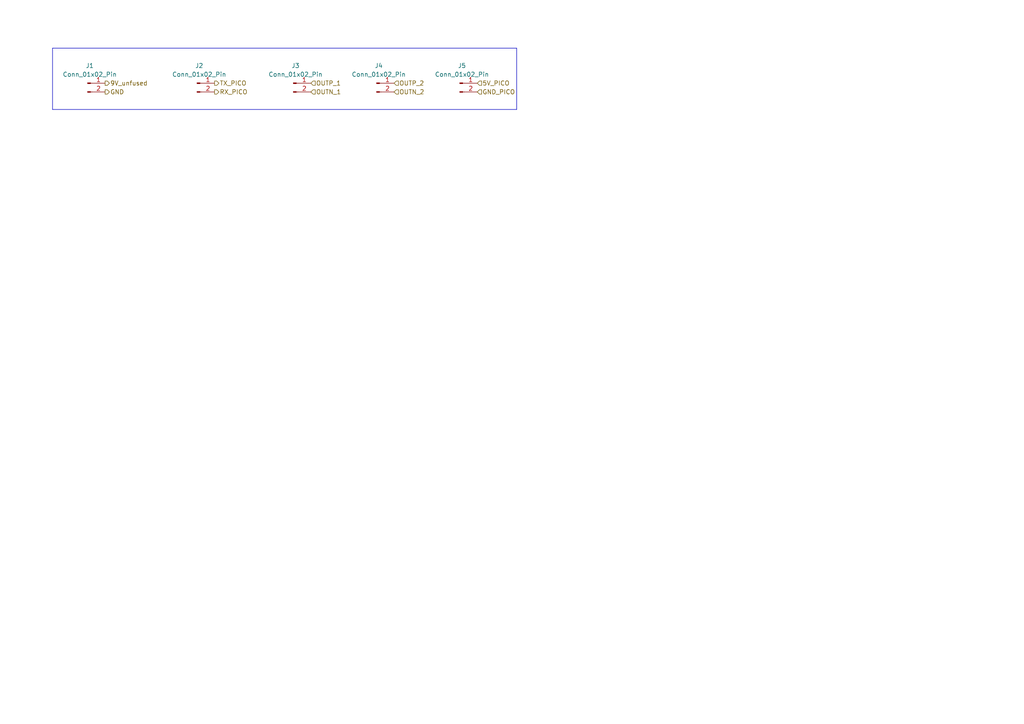
<source format=kicad_sch>
(kicad_sch (version 20250114) (generator "eeschema") (generator_version "9.0")
  (paper "A4")
  (lib_symbols
    (symbol "Connector:Conn_01x02_Pin" (pin_names (offset 1.016) (hide yes))
      (property "Reference" "J" (at 0 2.54 0))
      (property "Value" "Conn_01x02_Pin" (at 0 -5.08 0))
      (symbol "Conn_01x02_Pin_1_1"
        (rectangle (start 0.8636 0.127) (end 0 -0.127) (stroke (width 0.1524)) (fill (type outline)))
        (rectangle (start 0.8636 -2.413) (end 0 -2.667) (stroke (width 0.1524)) (fill (type outline)))
        (polyline (pts (xy 1.27 0) (xy 0.8636 0)) (stroke (width 0.1524)))
        (polyline (pts (xy 1.27 -2.54) (xy 0.8636 -2.54)) (stroke (width 0.1524)))
        (pin passive line (at 5.08 0 180) (length 3.81) (name "Pin_1") (number "1"))
        (pin passive line (at 5.08 -2.54 180) (length 3.81) (name "Pin_2") (number "2"))
      )
    )
  )
  (polyline (pts (xy 149.86 13.97) (xy 149.86 31.75)))
  (polyline (pts (xy 15.24 13.97) (xy 15.24 31.75)))
  (polyline (pts (xy 15.24 13.97) (xy 149.86 13.97)))
  (polyline (pts (xy 149.86 31.75) (xy 15.24 31.75)))
  (hierarchical_label "RX_PICO" (shape output) (at 62.23 26.67 0))
  (hierarchical_label "GND" (shape output) (at 30.48 26.67 0) (effects (font (thickness 0.1588))))
  (hierarchical_label "OUTN_2" (shape input) (at 114.3 26.67 0))
  (hierarchical_label "9V_unfused" (shape output) (at 30.48 24.13 0) (effects (font (thickness 0.1588))))
  (hierarchical_label "OUTN_1" (shape input) (at 90.17 26.67 0))
  (hierarchical_label "OUTP_1" (shape input) (at 90.17 24.13 0))
  (hierarchical_label "5V_PICO" (shape input) (at 138.43 24.13 0))
  (hierarchical_label "GND_PICO" (shape input) (at 138.43 26.67 0) (effects (font (thickness 0.1588))))
  (hierarchical_label "TX_PICO" (shape output) (at 62.23 24.13 0))
  (hierarchical_label "OUTP_2" (shape input) (at 114.3 24.13 0))
  (symbol (lib_id "Connector:Conn_01x02_Pin") (at 25.4 24.13 0) (unit 1)
    (property "Reference" "J1" (at 26.035 19.05 0))
    (property "Value" "Conn_01x02_Pin" (at 26.035 21.59 0))
    (property "Footprint" "Connector_JST:JST_EH_B2B-EH-A_1x02_P2.50mm_Vertical" (effects (hide yes)))
    (property "Description" "Generic connector, single row, 01x02, script generated" (effects (hide yes)))
    (property "JLCPCB #" "C160262" (effects (hide yes)))
    (property "Mouser #" "306-B2B-EH-A-GUP" (effects (hide yes)))
    (property "Mouser Link" "https://www.mouser.com/ProductDetail/JST-Commercial/B2B-EH-A-GU?qs=cIziFXvMxOVbN2zmpYIt5A%3D%3D&srsltid=AfmBOoqjT3AJqmuw6yDMpvDoG3xBSOajkXGrYvEWjtYwtS_OyVflT4NR" (effects (hide yes)))
    (property "Mouser Part Number" "306-B2B-EH-A-GUP" (effects (hide yes)))
  )
  (symbol (lib_id "Connector:Conn_01x02_Pin") (at 85.09 24.13 0) (unit 1)
    (property "Reference" "J3" (at 85.725 19.05 0))
    (property "Value" "Conn_01x02_Pin" (at 85.725 21.59 0))
    (property "Footprint" "Connector_JST:JST_EH_B2B-EH-A_1x02_P2.50mm_Vertical" (effects (hide yes)))
    (property "Description" "Generic connector, single row, 01x02, script generated" (effects (hide yes)))
    (property "JLCPCB #" "C160262" (effects (hide yes)))
    (property "Mouser #" "306-B2B-EH-A-GUP" (effects (hide yes)))
    (property "Mouser Link" "https://www.mouser.com/ProductDetail/JST-Commercial/B2B-EH-A-GU?qs=cIziFXvMxOVbN2zmpYIt5A%3D%3D&srsltid=AfmBOoqjT3AJqmuw6yDMpvDoG3xBSOajkXGrYvEWjtYwtS_OyVflT4NR" (effects (hide yes)))
    (property "Mouser Part Number" "306-B2B-EH-A-GUP" (effects (hide yes)))
  )
  (symbol (lib_id "Connector:Conn_01x02_Pin") (at 109.22 24.13 0) (unit 1)
    (property "Reference" "J4" (at 109.855 19.05 0))
    (property "Value" "Conn_01x02_Pin" (at 109.855 21.59 0))
    (property "Footprint" "Connector_JST:JST_EH_B2B-EH-A_1x02_P2.50mm_Vertical" (effects (hide yes)))
    (property "Description" "Generic connector, single row, 01x02, script generated" (effects (hide yes)))
    (property "JLCPCB #" "C160262" (effects (hide yes)))
    (property "Mouser #" "306-B2B-EH-A-GUP" (effects (hide yes)))
    (property "Mouser Link" "https://www.mouser.com/ProductDetail/JST-Commercial/B2B-EH-A-GU?qs=cIziFXvMxOVbN2zmpYIt5A%3D%3D&srsltid=AfmBOoqjT3AJqmuw6yDMpvDoG3xBSOajkXGrYvEWjtYwtS_OyVflT4NR" (effects (hide yes)))
    (property "Mouser Part Number" "306-B2B-EH-A-GUP" (effects (hide yes)))
  )
  (symbol (lib_id "Connector:Conn_01x02_Pin") (at 133.35 24.13 0) (unit 1)
    (property "Reference" "J5" (at 133.985 19.05 0))
    (property "Value" "Conn_01x02_Pin" (at 133.985 21.59 0))
    (property "Footprint" "Connector_JST:JST_EH_B2B-EH-A_1x02_P2.50mm_Vertical" (effects (hide yes)))
    (property "Description" "Generic connector, single row, 01x02, script generated" (effects (hide yes)))
    (property "JLCPCB #" "C160262" (effects (hide yes)))
    (property "Mouser #" "306-B2B-EH-A-GUP" (effects (hide yes)))
    (property "Mouser Link" "https://www.mouser.com/ProductDetail/JST-Commercial/B2B-EH-A-GU?qs=cIziFXvMxOVbN2zmpYIt5A%3D%3D&srsltid=AfmBOoqjT3AJqmuw6yDMpvDoG3xBSOajkXGrYvEWjtYwtS_OyVflT4NR" (effects (hide yes)))
    (property "Mouser Part Number" "306-B2B-EH-A-GUP" (effects (hide yes)))
  )
  (symbol (lib_id "Connector:Conn_01x02_Pin") (at 57.15 24.13 0) (unit 1)
    (property "Reference" "J2" (at 57.785 19.05 0))
    (property "Value" "Conn_01x02_Pin" (at 57.785 21.59 0))
    (property "Footprint" "Connector_JST:JST_EH_B2B-EH-A_1x02_P2.50mm_Vertical" (effects (hide yes)))
    (property "Description" "Generic connector, single row, 01x02, script generated" (effects (hide yes)))
    (property "JLCPCB #" "C160262" (effects (hide yes)))
    (property "Mouser #" "306-B2B-EH-A-GUP" (effects (hide yes)))
    (property "Mouser Link" "https://www.mouser.com/ProductDetail/JST-Commercial/B2B-EH-A-GU?qs=cIziFXvMxOVbN2zmpYIt5A%3D%3D&srsltid=AfmBOoqjT3AJqmuw6yDMpvDoG3xBSOajkXGrYvEWjtYwtS_OyVflT4NR" (effects (hide yes)))
    (property "Mouser Part Number" "306-B2B-EH-A-GUP" (effects (hide yes)))
  )
)
</source>
